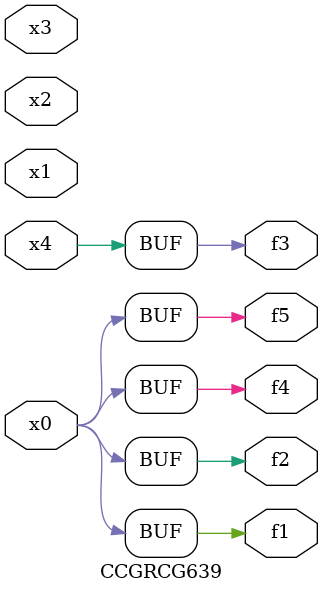
<source format=v>
module CCGRCG639(
	input x0, x1, x2, x3, x4,
	output f1, f2, f3, f4, f5
);
	assign f1 = x0;
	assign f2 = x0;
	assign f3 = x4;
	assign f4 = x0;
	assign f5 = x0;
endmodule

</source>
